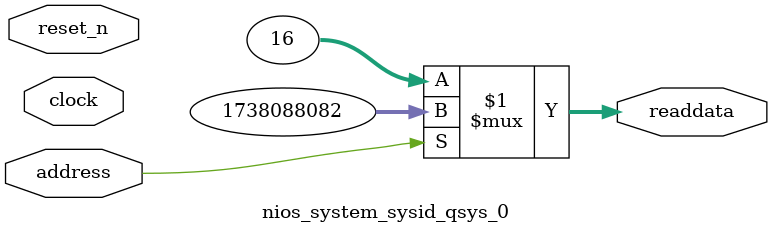
<source format=v>



// synthesis translate_off
`timescale 1ns / 1ps
// synthesis translate_on

// turn off superfluous verilog processor warnings 
// altera message_level Level1 
// altera message_off 10034 10035 10036 10037 10230 10240 10030 

module nios_system_sysid_qsys_0 (
               // inputs:
                address,
                clock,
                reset_n,

               // outputs:
                readdata
             )
;

  output  [ 31: 0] readdata;
  input            address;
  input            clock;
  input            reset_n;

  wire    [ 31: 0] readdata;
  //control_slave, which is an e_avalon_slave
  assign readdata = address ? 1738088082 : 16;

endmodule



</source>
